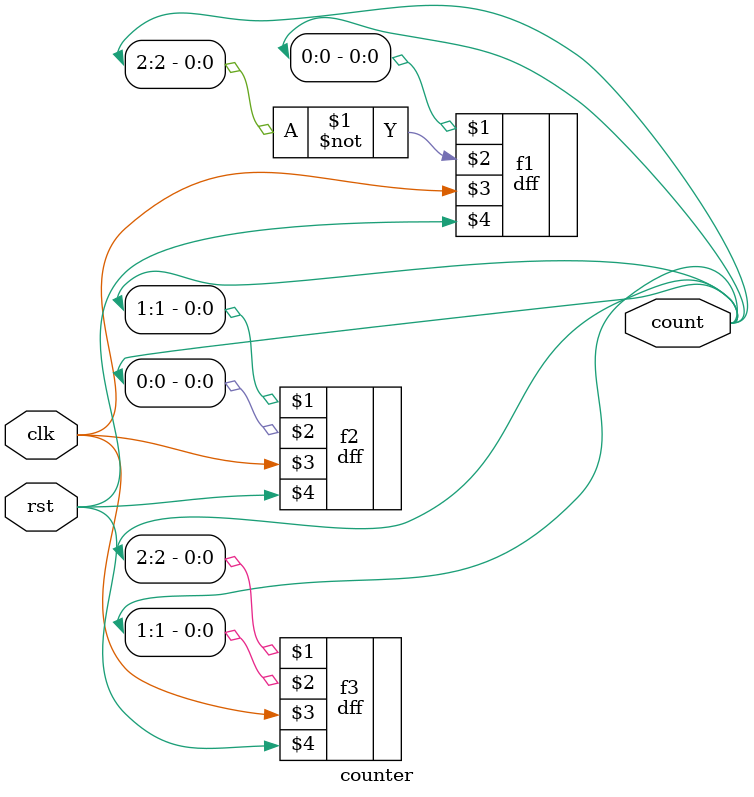
<source format=v>
module counter (count, clk, rst);
  output [2:0] count;
  input clk;
  input rst;

  dff f1(count[0],~count[2],clk,rst);
  dff f2(count[1],count[0],clk,rst);
  dff f3(count[2],count[1],clk,rst);
endmodule
/*
module dff(C,R_,D,Q);
  input C;
  input R_;
  input D;
  output Q;
  reg Q;
  always @(posedge C or negedge R_) begin
    if (~R_) begin
      Q <= 1'b0;
    end
    else begin
      Q <= D;
    end
  end
endmodule
*/

</source>
